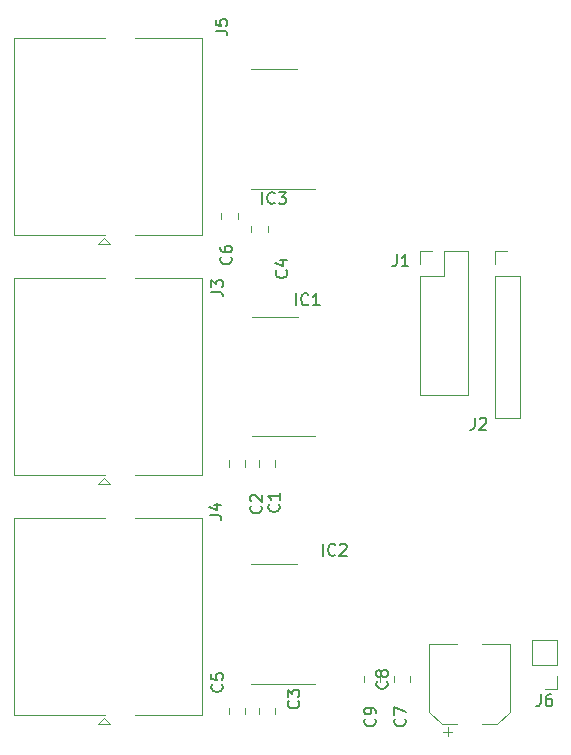
<source format=gbr>
%TF.GenerationSoftware,KiCad,Pcbnew,(5.1.2)-1*%
%TF.CreationDate,2019-06-16T16:42:14+02:00*%
%TF.ProjectId,i2s_tx,6932735f-7478-42e6-9b69-6361645f7063,rev?*%
%TF.SameCoordinates,Original*%
%TF.FileFunction,Legend,Top*%
%TF.FilePolarity,Positive*%
%FSLAX46Y46*%
G04 Gerber Fmt 4.6, Leading zero omitted, Abs format (unit mm)*
G04 Created by KiCad (PCBNEW (5.1.2)-1) date 2019-06-16 16:42:14*
%MOMM*%
%LPD*%
G04 APERTURE LIST*
%ADD10C,0.120000*%
%ADD11C,0.150000*%
G04 APERTURE END LIST*
D10*
X50100000Y-38715000D02*
X53550000Y-38715000D01*
X50100000Y-38715000D02*
X48150000Y-38715000D01*
X50100000Y-28595000D02*
X52050000Y-28595000D01*
X50100000Y-28595000D02*
X48150000Y-28595000D01*
X62440000Y-56145000D02*
X66560000Y-56145000D01*
X62440000Y-46085000D02*
X62440000Y-56145000D01*
X66560000Y-44025000D02*
X66560000Y-56145000D01*
X62440000Y-46085000D02*
X64500000Y-46085000D01*
X64500000Y-46085000D02*
X64500000Y-44025000D01*
X64500000Y-44025000D02*
X66560000Y-44025000D01*
X62440000Y-45085000D02*
X62440000Y-44025000D01*
X62440000Y-44025000D02*
X63500000Y-44025000D01*
X28130000Y-83260000D02*
X28130000Y-66620000D01*
X28130000Y-83260000D02*
X35835000Y-83260000D01*
X28130000Y-66620000D02*
X35835000Y-66620000D01*
X44010000Y-83260000D02*
X44010000Y-66620000D01*
X44010000Y-83260000D02*
X38335000Y-83260000D01*
X44010000Y-66620000D02*
X38335000Y-66620000D01*
X35695000Y-83500000D02*
X36195000Y-84000000D01*
X36195000Y-84000000D02*
X35195000Y-84000000D01*
X35195000Y-84000000D02*
X35695000Y-83500000D01*
X35195000Y-43360000D02*
X35695000Y-42860000D01*
X36195000Y-43360000D02*
X35195000Y-43360000D01*
X35695000Y-42860000D02*
X36195000Y-43360000D01*
X44010000Y-25980000D02*
X38335000Y-25980000D01*
X44010000Y-42620000D02*
X38335000Y-42620000D01*
X44010000Y-42620000D02*
X44010000Y-25980000D01*
X28130000Y-25980000D02*
X35835000Y-25980000D01*
X28130000Y-42620000D02*
X35835000Y-42620000D01*
X28130000Y-42620000D02*
X28130000Y-25980000D01*
X48820000Y-61723748D02*
X48820000Y-62246252D01*
X50240000Y-61723748D02*
X50240000Y-62246252D01*
X47700000Y-61723748D02*
X47700000Y-62246252D01*
X46280000Y-61723748D02*
X46280000Y-62246252D01*
X48820000Y-82678748D02*
X48820000Y-83201252D01*
X50240000Y-82678748D02*
X50240000Y-83201252D01*
X48185000Y-41893748D02*
X48185000Y-42416252D01*
X49605000Y-41893748D02*
X49605000Y-42416252D01*
X47700000Y-82678748D02*
X47700000Y-83201252D01*
X46280000Y-82678748D02*
X46280000Y-83201252D01*
X47065000Y-40768748D02*
X47065000Y-41291252D01*
X45645000Y-40768748D02*
X45645000Y-41291252D01*
X50165000Y-49550000D02*
X48215000Y-49550000D01*
X50165000Y-49550000D02*
X52115000Y-49550000D01*
X50165000Y-59670000D02*
X48215000Y-59670000D01*
X50165000Y-59670000D02*
X53615000Y-59670000D01*
X50100000Y-70505000D02*
X48150000Y-70505000D01*
X50100000Y-70505000D02*
X52050000Y-70505000D01*
X50100000Y-80625000D02*
X48150000Y-80625000D01*
X50100000Y-80625000D02*
X53550000Y-80625000D01*
X28130000Y-62940000D02*
X28130000Y-46300000D01*
X28130000Y-62940000D02*
X35835000Y-62940000D01*
X28130000Y-46300000D02*
X35835000Y-46300000D01*
X44010000Y-62940000D02*
X44010000Y-46300000D01*
X44010000Y-62940000D02*
X38335000Y-62940000D01*
X44010000Y-46300000D02*
X38335000Y-46300000D01*
X35695000Y-63180000D02*
X36195000Y-63680000D01*
X36195000Y-63680000D02*
X35195000Y-63680000D01*
X35195000Y-63680000D02*
X35695000Y-63180000D01*
X74085000Y-76950000D02*
X71965000Y-76950000D01*
X74085000Y-79010000D02*
X74085000Y-76950000D01*
X71965000Y-79010000D02*
X71965000Y-76950000D01*
X74085000Y-79010000D02*
X71965000Y-79010000D01*
X74085000Y-80010000D02*
X74085000Y-81070000D01*
X74085000Y-81070000D02*
X73025000Y-81070000D01*
X70085000Y-77235000D02*
X67735000Y-77235000D01*
X63265000Y-77235000D02*
X65615000Y-77235000D01*
X63265000Y-82990563D02*
X63265000Y-77235000D01*
X70085000Y-82990563D02*
X70085000Y-77235000D01*
X69020563Y-84055000D02*
X67735000Y-84055000D01*
X64329437Y-84055000D02*
X65615000Y-84055000D01*
X64329437Y-84055000D02*
X63265000Y-82990563D01*
X69020563Y-84055000D02*
X70085000Y-82990563D01*
X64827500Y-85082500D02*
X64827500Y-84295000D01*
X64433750Y-84688750D02*
X65221250Y-84688750D01*
X60250000Y-80516252D02*
X60250000Y-79993748D01*
X61670000Y-80516252D02*
X61670000Y-79993748D01*
X59130000Y-80516252D02*
X59130000Y-79993748D01*
X57710000Y-80516252D02*
X57710000Y-79993748D01*
X68790000Y-58145000D02*
X70910000Y-58145000D01*
X68790000Y-46085000D02*
X68790000Y-58145000D01*
X70910000Y-46085000D02*
X70910000Y-58145000D01*
X68790000Y-46085000D02*
X70910000Y-46085000D01*
X68790000Y-45085000D02*
X68790000Y-44025000D01*
X68790000Y-44025000D02*
X69850000Y-44025000D01*
D11*
X49123809Y-40007380D02*
X49123809Y-39007380D01*
X50171428Y-39912142D02*
X50123809Y-39959761D01*
X49980952Y-40007380D01*
X49885714Y-40007380D01*
X49742857Y-39959761D01*
X49647619Y-39864523D01*
X49600000Y-39769285D01*
X49552380Y-39578809D01*
X49552380Y-39435952D01*
X49600000Y-39245476D01*
X49647619Y-39150238D01*
X49742857Y-39055000D01*
X49885714Y-39007380D01*
X49980952Y-39007380D01*
X50123809Y-39055000D01*
X50171428Y-39102619D01*
X50504761Y-39007380D02*
X51123809Y-39007380D01*
X50790476Y-39388333D01*
X50933333Y-39388333D01*
X51028571Y-39435952D01*
X51076190Y-39483571D01*
X51123809Y-39578809D01*
X51123809Y-39816904D01*
X51076190Y-39912142D01*
X51028571Y-39959761D01*
X50933333Y-40007380D01*
X50647619Y-40007380D01*
X50552380Y-39959761D01*
X50504761Y-39912142D01*
X60499666Y-44283380D02*
X60499666Y-44997666D01*
X60452047Y-45140523D01*
X60356809Y-45235761D01*
X60213952Y-45283380D01*
X60118714Y-45283380D01*
X61499666Y-45283380D02*
X60928238Y-45283380D01*
X61213952Y-45283380D02*
X61213952Y-44283380D01*
X61118714Y-44426238D01*
X61023476Y-44521476D01*
X60928238Y-44569095D01*
X44664380Y-66373333D02*
X45378666Y-66373333D01*
X45521523Y-66420952D01*
X45616761Y-66516190D01*
X45664380Y-66659047D01*
X45664380Y-66754285D01*
X44997714Y-65468571D02*
X45664380Y-65468571D01*
X44616761Y-65706666D02*
X45331047Y-65944761D01*
X45331047Y-65325714D01*
X45172380Y-25352333D02*
X45886666Y-25352333D01*
X46029523Y-25399952D01*
X46124761Y-25495190D01*
X46172380Y-25638047D01*
X46172380Y-25733285D01*
X45172380Y-24399952D02*
X45172380Y-24876142D01*
X45648571Y-24923761D01*
X45600952Y-24876142D01*
X45553333Y-24780904D01*
X45553333Y-24542809D01*
X45600952Y-24447571D01*
X45648571Y-24399952D01*
X45743809Y-24352333D01*
X45981904Y-24352333D01*
X46077142Y-24399952D01*
X46124761Y-24447571D01*
X46172380Y-24542809D01*
X46172380Y-24780904D01*
X46124761Y-24876142D01*
X46077142Y-24923761D01*
X50522142Y-65444666D02*
X50569761Y-65492285D01*
X50617380Y-65635142D01*
X50617380Y-65730380D01*
X50569761Y-65873238D01*
X50474523Y-65968476D01*
X50379285Y-66016095D01*
X50188809Y-66063714D01*
X50045952Y-66063714D01*
X49855476Y-66016095D01*
X49760238Y-65968476D01*
X49665000Y-65873238D01*
X49617380Y-65730380D01*
X49617380Y-65635142D01*
X49665000Y-65492285D01*
X49712619Y-65444666D01*
X50617380Y-64492285D02*
X50617380Y-65063714D01*
X50617380Y-64778000D02*
X49617380Y-64778000D01*
X49760238Y-64873238D01*
X49855476Y-64968476D01*
X49903095Y-65063714D01*
X48997142Y-65571666D02*
X49044761Y-65619285D01*
X49092380Y-65762142D01*
X49092380Y-65857380D01*
X49044761Y-66000238D01*
X48949523Y-66095476D01*
X48854285Y-66143095D01*
X48663809Y-66190714D01*
X48520952Y-66190714D01*
X48330476Y-66143095D01*
X48235238Y-66095476D01*
X48140000Y-66000238D01*
X48092380Y-65857380D01*
X48092380Y-65762142D01*
X48140000Y-65619285D01*
X48187619Y-65571666D01*
X48187619Y-65190714D02*
X48140000Y-65143095D01*
X48092380Y-65047857D01*
X48092380Y-64809761D01*
X48140000Y-64714523D01*
X48187619Y-64666904D01*
X48282857Y-64619285D01*
X48378095Y-64619285D01*
X48520952Y-64666904D01*
X49092380Y-65238333D01*
X49092380Y-64619285D01*
X52173142Y-82081666D02*
X52220761Y-82129285D01*
X52268380Y-82272142D01*
X52268380Y-82367380D01*
X52220761Y-82510238D01*
X52125523Y-82605476D01*
X52030285Y-82653095D01*
X51839809Y-82700714D01*
X51696952Y-82700714D01*
X51506476Y-82653095D01*
X51411238Y-82605476D01*
X51316000Y-82510238D01*
X51268380Y-82367380D01*
X51268380Y-82272142D01*
X51316000Y-82129285D01*
X51363619Y-82081666D01*
X51268380Y-81748333D02*
X51268380Y-81129285D01*
X51649333Y-81462619D01*
X51649333Y-81319761D01*
X51696952Y-81224523D01*
X51744571Y-81176904D01*
X51839809Y-81129285D01*
X52077904Y-81129285D01*
X52173142Y-81176904D01*
X52220761Y-81224523D01*
X52268380Y-81319761D01*
X52268380Y-81605476D01*
X52220761Y-81700714D01*
X52173142Y-81748333D01*
X51157142Y-45632666D02*
X51204761Y-45680285D01*
X51252380Y-45823142D01*
X51252380Y-45918380D01*
X51204761Y-46061238D01*
X51109523Y-46156476D01*
X51014285Y-46204095D01*
X50823809Y-46251714D01*
X50680952Y-46251714D01*
X50490476Y-46204095D01*
X50395238Y-46156476D01*
X50300000Y-46061238D01*
X50252380Y-45918380D01*
X50252380Y-45823142D01*
X50300000Y-45680285D01*
X50347619Y-45632666D01*
X50585714Y-44775523D02*
X51252380Y-44775523D01*
X50204761Y-45013619D02*
X50919047Y-45251714D01*
X50919047Y-44632666D01*
X45696142Y-80684666D02*
X45743761Y-80732285D01*
X45791380Y-80875142D01*
X45791380Y-80970380D01*
X45743761Y-81113238D01*
X45648523Y-81208476D01*
X45553285Y-81256095D01*
X45362809Y-81303714D01*
X45219952Y-81303714D01*
X45029476Y-81256095D01*
X44934238Y-81208476D01*
X44839000Y-81113238D01*
X44791380Y-80970380D01*
X44791380Y-80875142D01*
X44839000Y-80732285D01*
X44886619Y-80684666D01*
X44791380Y-79779904D02*
X44791380Y-80256095D01*
X45267571Y-80303714D01*
X45219952Y-80256095D01*
X45172333Y-80160857D01*
X45172333Y-79922761D01*
X45219952Y-79827523D01*
X45267571Y-79779904D01*
X45362809Y-79732285D01*
X45600904Y-79732285D01*
X45696142Y-79779904D01*
X45743761Y-79827523D01*
X45791380Y-79922761D01*
X45791380Y-80160857D01*
X45743761Y-80256095D01*
X45696142Y-80303714D01*
X46458142Y-44489666D02*
X46505761Y-44537285D01*
X46553380Y-44680142D01*
X46553380Y-44775380D01*
X46505761Y-44918238D01*
X46410523Y-45013476D01*
X46315285Y-45061095D01*
X46124809Y-45108714D01*
X45981952Y-45108714D01*
X45791476Y-45061095D01*
X45696238Y-45013476D01*
X45601000Y-44918238D01*
X45553380Y-44775380D01*
X45553380Y-44680142D01*
X45601000Y-44537285D01*
X45648619Y-44489666D01*
X45553380Y-43632523D02*
X45553380Y-43823000D01*
X45601000Y-43918238D01*
X45648619Y-43965857D01*
X45791476Y-44061095D01*
X45981952Y-44108714D01*
X46362904Y-44108714D01*
X46458142Y-44061095D01*
X46505761Y-44013476D01*
X46553380Y-43918238D01*
X46553380Y-43727761D01*
X46505761Y-43632523D01*
X46458142Y-43584904D01*
X46362904Y-43537285D01*
X46124809Y-43537285D01*
X46029571Y-43584904D01*
X45981952Y-43632523D01*
X45934333Y-43727761D01*
X45934333Y-43918238D01*
X45981952Y-44013476D01*
X46029571Y-44061095D01*
X46124809Y-44108714D01*
X51982809Y-48585380D02*
X51982809Y-47585380D01*
X53030428Y-48490142D02*
X52982809Y-48537761D01*
X52839952Y-48585380D01*
X52744714Y-48585380D01*
X52601857Y-48537761D01*
X52506619Y-48442523D01*
X52459000Y-48347285D01*
X52411380Y-48156809D01*
X52411380Y-48013952D01*
X52459000Y-47823476D01*
X52506619Y-47728238D01*
X52601857Y-47633000D01*
X52744714Y-47585380D01*
X52839952Y-47585380D01*
X52982809Y-47633000D01*
X53030428Y-47680619D01*
X53982809Y-48585380D02*
X53411380Y-48585380D01*
X53697095Y-48585380D02*
X53697095Y-47585380D01*
X53601857Y-47728238D01*
X53506619Y-47823476D01*
X53411380Y-47871095D01*
X54268809Y-69794380D02*
X54268809Y-68794380D01*
X55316428Y-69699142D02*
X55268809Y-69746761D01*
X55125952Y-69794380D01*
X55030714Y-69794380D01*
X54887857Y-69746761D01*
X54792619Y-69651523D01*
X54745000Y-69556285D01*
X54697380Y-69365809D01*
X54697380Y-69222952D01*
X54745000Y-69032476D01*
X54792619Y-68937238D01*
X54887857Y-68842000D01*
X55030714Y-68794380D01*
X55125952Y-68794380D01*
X55268809Y-68842000D01*
X55316428Y-68889619D01*
X55697380Y-68889619D02*
X55745000Y-68842000D01*
X55840238Y-68794380D01*
X56078333Y-68794380D01*
X56173571Y-68842000D01*
X56221190Y-68889619D01*
X56268809Y-68984857D01*
X56268809Y-69080095D01*
X56221190Y-69222952D01*
X55649761Y-69794380D01*
X56268809Y-69794380D01*
X44791380Y-47450333D02*
X45505666Y-47450333D01*
X45648523Y-47497952D01*
X45743761Y-47593190D01*
X45791380Y-47736047D01*
X45791380Y-47831285D01*
X44791380Y-47069380D02*
X44791380Y-46450333D01*
X45172333Y-46783666D01*
X45172333Y-46640809D01*
X45219952Y-46545571D01*
X45267571Y-46497952D01*
X45362809Y-46450333D01*
X45600904Y-46450333D01*
X45696142Y-46497952D01*
X45743761Y-46545571D01*
X45791380Y-46640809D01*
X45791380Y-46926523D01*
X45743761Y-47021761D01*
X45696142Y-47069380D01*
X72691666Y-81522380D02*
X72691666Y-82236666D01*
X72644047Y-82379523D01*
X72548809Y-82474761D01*
X72405952Y-82522380D01*
X72310714Y-82522380D01*
X73596428Y-81522380D02*
X73405952Y-81522380D01*
X73310714Y-81570000D01*
X73263095Y-81617619D01*
X73167857Y-81760476D01*
X73120238Y-81950952D01*
X73120238Y-82331904D01*
X73167857Y-82427142D01*
X73215476Y-82474761D01*
X73310714Y-82522380D01*
X73501190Y-82522380D01*
X73596428Y-82474761D01*
X73644047Y-82427142D01*
X73691666Y-82331904D01*
X73691666Y-82093809D01*
X73644047Y-81998571D01*
X73596428Y-81950952D01*
X73501190Y-81903333D01*
X73310714Y-81903333D01*
X73215476Y-81950952D01*
X73167857Y-81998571D01*
X73120238Y-82093809D01*
X61190142Y-83605666D02*
X61237761Y-83653285D01*
X61285380Y-83796142D01*
X61285380Y-83891380D01*
X61237761Y-84034238D01*
X61142523Y-84129476D01*
X61047285Y-84177095D01*
X60856809Y-84224714D01*
X60713952Y-84224714D01*
X60523476Y-84177095D01*
X60428238Y-84129476D01*
X60333000Y-84034238D01*
X60285380Y-83891380D01*
X60285380Y-83796142D01*
X60333000Y-83653285D01*
X60380619Y-83605666D01*
X60285380Y-83272333D02*
X60285380Y-82605666D01*
X61285380Y-83034238D01*
X59667142Y-80421666D02*
X59714761Y-80469285D01*
X59762380Y-80612142D01*
X59762380Y-80707380D01*
X59714761Y-80850238D01*
X59619523Y-80945476D01*
X59524285Y-80993095D01*
X59333809Y-81040714D01*
X59190952Y-81040714D01*
X59000476Y-80993095D01*
X58905238Y-80945476D01*
X58810000Y-80850238D01*
X58762380Y-80707380D01*
X58762380Y-80612142D01*
X58810000Y-80469285D01*
X58857619Y-80421666D01*
X59190952Y-79850238D02*
X59143333Y-79945476D01*
X59095714Y-79993095D01*
X59000476Y-80040714D01*
X58952857Y-80040714D01*
X58857619Y-79993095D01*
X58810000Y-79945476D01*
X58762380Y-79850238D01*
X58762380Y-79659761D01*
X58810000Y-79564523D01*
X58857619Y-79516904D01*
X58952857Y-79469285D01*
X59000476Y-79469285D01*
X59095714Y-79516904D01*
X59143333Y-79564523D01*
X59190952Y-79659761D01*
X59190952Y-79850238D01*
X59238571Y-79945476D01*
X59286190Y-79993095D01*
X59381428Y-80040714D01*
X59571904Y-80040714D01*
X59667142Y-79993095D01*
X59714761Y-79945476D01*
X59762380Y-79850238D01*
X59762380Y-79659761D01*
X59714761Y-79564523D01*
X59667142Y-79516904D01*
X59571904Y-79469285D01*
X59381428Y-79469285D01*
X59286190Y-79516904D01*
X59238571Y-79564523D01*
X59190952Y-79659761D01*
X58650142Y-83605666D02*
X58697761Y-83653285D01*
X58745380Y-83796142D01*
X58745380Y-83891380D01*
X58697761Y-84034238D01*
X58602523Y-84129476D01*
X58507285Y-84177095D01*
X58316809Y-84224714D01*
X58173952Y-84224714D01*
X57983476Y-84177095D01*
X57888238Y-84129476D01*
X57793000Y-84034238D01*
X57745380Y-83891380D01*
X57745380Y-83796142D01*
X57793000Y-83653285D01*
X57840619Y-83605666D01*
X58745380Y-83129476D02*
X58745380Y-82939000D01*
X58697761Y-82843761D01*
X58650142Y-82796142D01*
X58507285Y-82700904D01*
X58316809Y-82653285D01*
X57935857Y-82653285D01*
X57840619Y-82700904D01*
X57793000Y-82748523D01*
X57745380Y-82843761D01*
X57745380Y-83034238D01*
X57793000Y-83129476D01*
X57840619Y-83177095D01*
X57935857Y-83224714D01*
X58173952Y-83224714D01*
X58269190Y-83177095D01*
X58316809Y-83129476D01*
X58364428Y-83034238D01*
X58364428Y-82843761D01*
X58316809Y-82748523D01*
X58269190Y-82700904D01*
X58173952Y-82653285D01*
X67103666Y-58126380D02*
X67103666Y-58840666D01*
X67056047Y-58983523D01*
X66960809Y-59078761D01*
X66817952Y-59126380D01*
X66722714Y-59126380D01*
X67532238Y-58221619D02*
X67579857Y-58174000D01*
X67675095Y-58126380D01*
X67913190Y-58126380D01*
X68008428Y-58174000D01*
X68056047Y-58221619D01*
X68103666Y-58316857D01*
X68103666Y-58412095D01*
X68056047Y-58554952D01*
X67484619Y-59126380D01*
X68103666Y-59126380D01*
M02*

</source>
